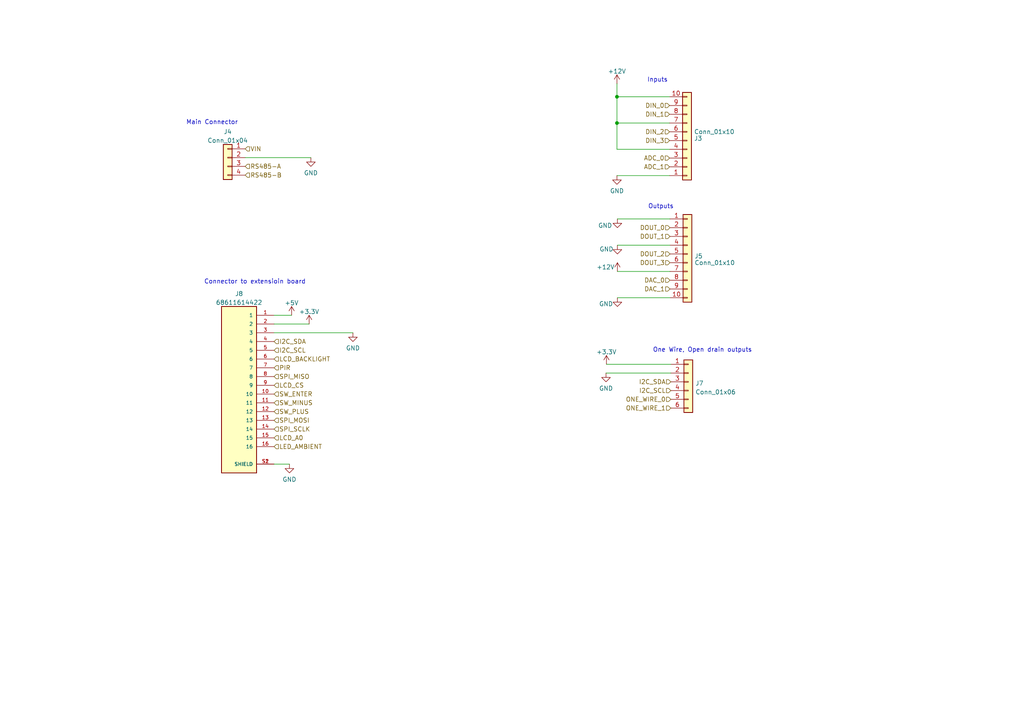
<source format=kicad_sch>
(kicad_sch (version 20231120) (generator "eeschema") (generator_version "8.0")
  (paper "A4")
  (lib_symbols
    (symbol "68611614422:68611614422" (pin_names (offset 1.016))
      (property "Reference" "J" (at -5.08 24.13 0))
      (property "Value" "68611614422" (at -5.08 -27.94 0))
      (symbol "68611614422_0_0"
        (rectangle (start -5.08 -25.4) (end 5.08 22.86) (stroke (width 0.254)) (fill (type background)))
        (pin passive line (at -10.16 20.32 0) (length 5.08) (name "1") (number "1"))
        (pin passive line (at -10.16 -2.54 0) (length 5.08) (name "10") (number "10"))
        (pin passive line (at -10.16 -5.08 0) (length 5.08) (name "11") (number "11"))
        (pin passive line (at -10.16 -7.62 0) (length 5.08) (name "12") (number "12"))
        (pin passive line (at -10.16 -10.16 0) (length 5.08) (name "13") (number "13"))
        (pin passive line (at -10.16 -12.7 0) (length 5.08) (name "14") (number "14"))
        (pin passive line (at -10.16 -15.24 0) (length 5.08) (name "15") (number "15"))
        (pin passive line (at -10.16 -17.78 0) (length 5.08) (name "16") (number "16"))
        (pin passive line (at -10.16 17.78 0) (length 5.08) (name "2") (number "2"))
        (pin passive line (at -10.16 15.24 0) (length 5.08) (name "3") (number "3"))
        (pin passive line (at -10.16 12.7 0) (length 5.08) (name "4") (number "4"))
        (pin passive line (at -10.16 10.16 0) (length 5.08) (name "5") (number "5"))
        (pin passive line (at -10.16 7.62 0) (length 5.08) (name "6") (number "6"))
        (pin passive line (at -10.16 5.08 0) (length 5.08) (name "7") (number "7"))
        (pin passive line (at -10.16 2.54 0) (length 5.08) (name "8") (number "8"))
        (pin passive line (at -10.16 0 0) (length 5.08) (name "9") (number "9"))
        (pin passive line (at -10.16 -22.86 0) (length 5.08) (name "SHIELD") (number "S1"))
        (pin passive line (at -10.16 -22.86 0) (length 5.08) (name "SHIELD") (number "S2"))
      )
    )
    (symbol "Connector_Generic:Conn_01x04" (pin_names (offset 1.016) hide)
      (property "Reference" "J" (at 0 5.08 0))
      (property "Value" "Conn_01x04" (at 0 -7.62 0))
      (symbol "Conn_01x04_1_1"
        (rectangle (start -1.27 -4.953) (end 0 -5.207) (stroke (width 0.1524)))
        (rectangle (start -1.27 -2.413) (end 0 -2.667) (stroke (width 0.1524)))
        (rectangle (start -1.27 0.127) (end 0 -0.127) (stroke (width 0.1524)))
        (rectangle (start -1.27 2.667) (end 0 2.413) (stroke (width 0.1524)))
        (rectangle (start -1.27 3.81) (end 1.27 -6.35) (stroke (width 0.254)) (fill (type background)))
        (pin passive line (at -5.08 2.54 0) (length 3.81) (name "Pin_1") (number "1"))
        (pin passive line (at -5.08 0 0) (length 3.81) (name "Pin_2") (number "2"))
        (pin passive line (at -5.08 -2.54 0) (length 3.81) (name "Pin_3") (number "3"))
        (pin passive line (at -5.08 -5.08 0) (length 3.81) (name "Pin_4") (number "4"))
      )
    )
    (symbol "Connector_Generic:Conn_01x06" (pin_names (offset 1.016) hide)
      (property "Reference" "J" (at 0 7.62 0))
      (property "Value" "Conn_01x06" (at 0 -10.16 0))
      (symbol "Conn_01x06_1_1"
        (rectangle (start -1.27 -7.493) (end 0 -7.747) (stroke (width 0.1524)))
        (rectangle (start -1.27 -4.953) (end 0 -5.207) (stroke (width 0.1524)))
        (rectangle (start -1.27 -2.413) (end 0 -2.667) (stroke (width 0.1524)))
        (rectangle (start -1.27 0.127) (end 0 -0.127) (stroke (width 0.1524)))
        (rectangle (start -1.27 2.667) (end 0 2.413) (stroke (width 0.1524)))
        (rectangle (start -1.27 5.207) (end 0 4.953) (stroke (width 0.1524)))
        (rectangle (start -1.27 6.35) (end 1.27 -8.89) (stroke (width 0.254)) (fill (type background)))
        (pin passive line (at -5.08 5.08 0) (length 3.81) (name "Pin_1") (number "1"))
        (pin passive line (at -5.08 2.54 0) (length 3.81) (name "Pin_2") (number "2"))
        (pin passive line (at -5.08 0 0) (length 3.81) (name "Pin_3") (number "3"))
        (pin passive line (at -5.08 -2.54 0) (length 3.81) (name "Pin_4") (number "4"))
        (pin passive line (at -5.08 -5.08 0) (length 3.81) (name "Pin_5") (number "5"))
        (pin passive line (at -5.08 -7.62 0) (length 3.81) (name "Pin_6") (number "6"))
      )
    )
    (symbol "Connector_Generic:Conn_01x10" (pin_names (offset 1.016) hide)
      (property "Reference" "J" (at 0 12.7 0))
      (property "Value" "Conn_01x10" (at 0 -15.24 0))
      (symbol "Conn_01x10_1_1"
        (rectangle (start -1.27 -12.573) (end 0 -12.827) (stroke (width 0.1524)))
        (rectangle (start -1.27 -10.033) (end 0 -10.287) (stroke (width 0.1524)))
        (rectangle (start -1.27 -7.493) (end 0 -7.747) (stroke (width 0.1524)))
        (rectangle (start -1.27 -4.953) (end 0 -5.207) (stroke (width 0.1524)))
        (rectangle (start -1.27 -2.413) (end 0 -2.667) (stroke (width 0.1524)))
        (rectangle (start -1.27 0.127) (end 0 -0.127) (stroke (width 0.1524)))
        (rectangle (start -1.27 2.667) (end 0 2.413) (stroke (width 0.1524)))
        (rectangle (start -1.27 5.207) (end 0 4.953) (stroke (width 0.1524)))
        (rectangle (start -1.27 7.747) (end 0 7.493) (stroke (width 0.1524)))
        (rectangle (start -1.27 10.287) (end 0 10.033) (stroke (width 0.1524)))
        (rectangle (start -1.27 11.43) (end 1.27 -13.97) (stroke (width 0.254)) (fill (type background)))
        (pin passive line (at -5.08 10.16 0) (length 3.81) (name "Pin_1") (number "1"))
        (pin passive line (at -5.08 -12.7 0) (length 3.81) (name "Pin_10") (number "10"))
        (pin passive line (at -5.08 7.62 0) (length 3.81) (name "Pin_2") (number "2"))
        (pin passive line (at -5.08 5.08 0) (length 3.81) (name "Pin_3") (number "3"))
        (pin passive line (at -5.08 2.54 0) (length 3.81) (name "Pin_4") (number "4"))
        (pin passive line (at -5.08 0 0) (length 3.81) (name "Pin_5") (number "5"))
        (pin passive line (at -5.08 -2.54 0) (length 3.81) (name "Pin_6") (number "6"))
        (pin passive line (at -5.08 -5.08 0) (length 3.81) (name "Pin_7") (number "7"))
        (pin passive line (at -5.08 -7.62 0) (length 3.81) (name "Pin_8") (number "8"))
        (pin passive line (at -5.08 -10.16 0) (length 3.81) (name "Pin_9") (number "9"))
      )
    )
    (symbol "power:+12V" (power) (pin_names (offset 0))
      (property "Value" "+12V" (at 0 3.556 0))
      (symbol "+12V_0_1"
        (polyline (pts (xy -0.762 1.27) (xy 0 2.54)))
        (polyline (pts (xy 0 0) (xy 0 2.54)))
        (polyline (pts (xy 0 2.54) (xy 0.762 1.27)))
      )
      (symbol "+12V_1_1"
        (pin power_in line (at 0 0 90) (length 0) hide (name "+12V") (number "1"))
      )
    )
    (symbol "power:+3.3V" (power) (pin_names (offset 0))
      (property "Value" "+3.3V" (at 0 3.556 0))
      (symbol "+3.3V_0_1"
        (polyline (pts (xy -0.762 1.27) (xy 0 2.54)))
        (polyline (pts (xy 0 0) (xy 0 2.54)))
        (polyline (pts (xy 0 2.54) (xy 0.762 1.27)))
      )
      (symbol "+3.3V_1_1"
        (pin power_in line (at 0 0 90) (length 0) hide (name "+3.3V") (number "1"))
      )
    )
    (symbol "power:+5V" (power) (pin_names (offset 0))
      (property "Value" "+5V" (at 0 3.556 0))
      (symbol "+5V_0_1"
        (polyline (pts (xy -0.762 1.27) (xy 0 2.54)))
        (polyline (pts (xy 0 0) (xy 0 2.54)))
        (polyline (pts (xy 0 2.54) (xy 0.762 1.27)))
      )
      (symbol "+5V_1_1"
        (pin power_in line (at 0 0 90) (length 0) hide (name "+5V") (number "1"))
      )
    )
    (symbol "power:GND" (power) (pin_names (offset 0))
      (property "Value" "GND" (at 0 -3.81 0))
      (symbol "GND_0_1"
        (polyline (pts (xy 0 0) (xy 0 -1.27) (xy 1.27 -1.27) (xy 0 -2.54) (xy -1.27 -1.27) (xy 0 -1.27)))
      )
      (symbol "GND_1_1"
        (pin power_in line (at 0 0 270) (length 0) hide (name "GND") (number "1"))
      )
    )
  )
  (junction (at 178.943 28.067))
  (junction (at 178.943 35.687))
  (wire (pts (xy 175.768 108.204) (xy 194.564 108.204)))
  (wire (pts (xy 194.31 78.74) (xy 179.07 78.74)))
  (wire (pts (xy 178.943 35.687) (xy 194.183 35.687)))
  (wire (pts (xy 71.12 45.72) (xy 90.17 45.72)))
  (wire (pts (xy 79.502 134.62) (xy 83.947 134.62)))
  (wire (pts (xy 178.943 43.307) (xy 178.943 35.687)))
  (wire (pts (xy 175.895 105.664) (xy 194.564 105.664)))
  (wire (pts (xy 79.502 93.98) (xy 89.662 93.98)))
  (wire (pts (xy 178.943 24.257) (xy 178.943 28.067)))
  (wire (pts (xy 178.943 28.067) (xy 194.183 28.067)))
  (wire (pts (xy 194.31 63.5) (xy 179.07 63.5)))
  (wire (pts (xy 178.943 28.067) (xy 178.943 35.687)))
  (wire (pts (xy 79.502 91.44) (xy 84.582 91.44)))
  (wire (pts (xy 194.31 71.12) (xy 179.07 71.12)))
  (wire (pts (xy 79.502 96.52) (xy 102.362 96.52)))
  (wire (pts (xy 178.943 50.927) (xy 194.183 50.927)))
  (wire (pts (xy 194.183 43.307) (xy 178.943 43.307)))
  (wire (pts (xy 194.31 86.36) (xy 179.07 86.36)))
  (text "Connector to extensioin board" (at 59.182 82.55 0) (effects (font (size 1.27 1.27)) (justify left bottom)))
  (text "Inputs" (at 187.706 24.003 0) (effects (font (size 1.27 1.27)) (justify left bottom)))
  (text "Main Connector\n" (at 53.975 36.322 0) (effects (font (size 1.27 1.27)) (justify left bottom)))
  (text "One Wire, Open drain outputs\n" (at 189.3394 102.3351 0) (effects (font (size 1.27 1.27)) (justify left bottom)))
  (text "Outputs" (at 187.96 60.706 0) (effects (font (size 1.27 1.27)) (justify left bottom)))
  (hierarchical_label "SPI_MOSI" (shape input) (at 79.502 121.92 0))
  (hierarchical_label "DIN_3" (shape input) (at 194.183 40.767 180))
  (hierarchical_label "DAC_1" (shape input) (at 194.31 83.82 180))
  (hierarchical_label "DOUT_3" (shape input) (at 194.31 76.2 180))
  (hierarchical_label "SW_PLUS" (shape input) (at 79.502 119.38 0))
  (hierarchical_label "SW_ENTER" (shape input) (at 79.502 114.3 0))
  (hierarchical_label "RS485-B" (shape input) (at 71.12 50.8 0))
  (hierarchical_label "SPI_SCLK" (shape input) (at 79.502 124.46 0))
  (hierarchical_label "I2C_SCL" (shape input) (at 194.564 113.284 180))
  (hierarchical_label "SW_MINUS" (shape input) (at 79.502 116.84 0))
  (hierarchical_label "ADC_1" (shape input) (at 194.183 48.387 180))
  (hierarchical_label "LCD_A0" (shape input) (at 79.502 127 0))
  (hierarchical_label "PIR" (shape input) (at 79.502 106.68 0))
  (hierarchical_label "DOUT_1" (shape input) (at 194.31 68.58 180))
  (hierarchical_label "ONE_WIRE_1" (shape input) (at 194.564 118.364 180))
  (hierarchical_label "I2C_SDA" (shape input) (at 194.564 110.744 180))
  (hierarchical_label "ONE_WIRE_0" (shape input) (at 194.564 115.824 180))
  (hierarchical_label "LCD_CS" (shape input) (at 79.502 111.76 0))
  (hierarchical_label "VIN" (shape input) (at 71.12 43.18 0))
  (hierarchical_label "DIN_0" (shape input) (at 194.183 30.607 180))
  (hierarchical_label "RS485-A" (shape input) (at 71.12 48.26 0))
  (hierarchical_label "DAC_0" (shape input) (at 194.31 81.28 180))
  (hierarchical_label "DIN_1" (shape input) (at 194.183 33.147 180))
  (hierarchical_label "DOUT_0" (shape input) (at 194.31 66.04 180))
  (hierarchical_label "I2C_SDA" (shape input) (at 79.502 99.06 0))
  (hierarchical_label "SPI_MISO" (shape input) (at 79.502 109.22 0))
  (hierarchical_label "LED_AMBIENT" (shape input) (at 79.502 129.54 0))
  (hierarchical_label "DIN_2" (shape input) (at 194.183 38.227 180))
  (hierarchical_label "LCD_BACKLIGHT" (shape input) (at 79.502 104.14 0))
  (hierarchical_label "ADC_0" (shape input) (at 194.183 45.847 180))
  (hierarchical_label "DOUT_2" (shape input) (at 194.31 73.66 180))
  (hierarchical_label "I2C_SCL" (shape input) (at 79.502 101.6 0))
  (symbol (lib_id "power:+3.3V") (at 175.895 105.664 0) (unit 1)
    (property "Reference" "#PWR066" (effects (hide yes)))
    (property "Value" "+3.3V" (at 175.895 102.0882 0))
  )
  (symbol (lib_id "power:GND") (at 179.07 71.12 0) (unit 1)
    (property "Reference" "#PWR061" (effects (hide yes)))
    (property "Value" "GND" (at 175.895 72.263 0))
  )
  (symbol (lib_id "power:+12V") (at 178.943 24.257 0) (unit 1)
    (property "Reference" "#PWR067" (effects (hide yes)))
    (property "Value" "+12V" (at 178.943 20.6812 0))
  )
  (symbol (lib_id "power:+12V") (at 179.07 78.74 0) (unit 1)
    (property "Reference" "#PWR060" (effects (hide yes)))
    (property "Value" "+12V" (at 175.641 77.47 0))
  )
  (symbol (lib_id "power:GND") (at 90.17 45.72 0) (unit 1)
    (property "Reference" "#PWR063" (effects (hide yes)))
    (property "Value" "GND" (at 90.17 50.1634 0))
  )
  (symbol (lib_id "power:GND") (at 178.943 50.927 0) (unit 1)
    (property "Reference" "#PWR068" (effects (hide yes)))
    (property "Value" "GND" (at 178.943 55.3704 0))
  )
  (symbol (lib_id "Connector_Generic:Conn_01x10") (at 199.263 40.767 0) (mirror x) (unit 1)
    (property "Reference" "J3" (at 201.295 40.1407 0) (effects (justify left)))
    (property "Value" "Conn_01x10" (at 201.295 38.2197 0) (effects (justify left)))
    (property "Footprint" "Connector_Phoenix_MC:PhoenixContact_MCV_1,5_10-G-3.5_1x10_P3.50mm_Vertical" (effects (hide yes)))
  )
  (symbol (lib_id "power:+3.3V") (at 89.662 93.98 0) (unit 1)
    (property "Reference" "#PWR073" (effects (hide yes)))
    (property "Value" "+3.3V" (at 89.662 90.4042 0))
    (instances (project "RoomSensor_001_MCU" (path "" (reference "#PWR073") (unit 1))) (project "RoomSensor_001_LCD" (path "" (reference "#PWR03") (unit 1))))
  )
  (symbol (lib_id "Connector_Generic:Conn_01x04") (at 66.04 45.72 0) (mirror y) (unit 1)
    (property "Reference" "J4" (at 66.04 38.2102 0))
    (property "Value" "Conn_01x04" (at 66.04 40.7471 0))
    (property "Footprint" "Connector_Phoenix_MSTB:PhoenixContact_MSTBVA_2,5_4-G_1x04_P5.00mm_Vertical" (effects (hide yes)))
  )
  (symbol (lib_id "power:GND") (at 102.362 96.52 0) (unit 1)
    (property "Reference" "#PWR074" (effects (hide yes)))
    (property "Value" "GND" (at 102.362 100.9634 0))
    (instances (project "RoomSensor_001_MCU" (path "" (reference "#PWR074") (unit 1))) (project "RoomSensor_001_LCD" (path "" (reference "#PWR04") (unit 1))))
  )
  (symbol (lib_id "Connector_Generic:Conn_01x10") (at 199.39 73.66 0) (unit 1)
    (property "Reference" "J5" (at 201.422 74.2863 0) (effects (justify left)))
    (property "Value" "Conn_01x10" (at 201.422 76.2073 0) (effects (justify left)))
    (property "Footprint" "Connector_Phoenix_MC:PhoenixContact_MCV_1,5_10-G-3.5_1x10_P3.50mm_Vertical" (effects (hide yes)))
  )
  (symbol (lib_id "power:GND") (at 179.07 86.36 0) (unit 1)
    (property "Reference" "#PWR070" (effects (hide yes)))
    (property "Value" "GND" (at 175.768 88.138 0))
  )
  (symbol (lib_id "power:GND") (at 83.947 134.62 0) (unit 1)
    (property "Reference" "#PWR071" (effects (hide yes)))
    (property "Value" "GND" (at 83.947 139.0634 0))
    (instances (project "RoomSensor_001_MCU" (path "" (reference "#PWR071") (unit 1))) (project "RoomSensor_001_LCD" (path "" (reference "#PWR01") (unit 1))))
  )
  (symbol (lib_id "68611614422:68611614422") (at 69.342 111.76 0) (mirror y) (unit 1)
    (property "Reference" "J8" (at 69.342 85.2002 0))
    (property "Value" "68611614422" (at 69.342 87.7371 0))
    (property "Footprint" "MyFootprint:WURTH_68611614422" (effects (hide yes)))
    (property "STANDARD" "Manufacturer Recommendations" (effects (hide yes)))
    (property "MAXIMUM_PACKAGE_HEIGHT" "3.15  mm" (effects (hide yes)))
    (property "PARTREV" "001.006" (effects (hide yes)))
    (property "MANUFACTURER" "Wurth Electronics" (effects (hide yes)))
    (instances (project "RoomSensor_001_MCU" (path "" (reference "J8") (unit 1))) (project "RoomSensor_001_LCD" (path "" (reference "J1") (unit 1))))
  )
  (symbol (lib_id "power:+5V") (at 84.582 91.44 0) (unit 1)
    (property "Reference" "#PWR072" (effects (hide yes)))
    (property "Value" "+5V" (at 84.582 87.8642 0))
    (instances (project "RoomSensor_001_MCU" (path "" (reference "#PWR072") (unit 1))) (project "RoomSensor_001_LCD" (path "" (reference "#PWR02") (unit 1))))
  )
  (symbol (lib_id "power:GND") (at 179.07 63.5 0) (unit 1)
    (property "Reference" "#PWR069" (effects (hide yes)))
    (property "Value" "GND" (at 175.514 65.405 0))
  )
  (symbol (lib_id "power:GND") (at 175.768 108.204 0) (unit 1)
    (property "Reference" "#PWR065" (effects (hide yes)))
    (property "Value" "GND" (at 175.768 112.6474 0))
  )
  (symbol (lib_id "Connector_Generic:Conn_01x06") (at 199.644 110.744 0) (unit 1)
    (property "Reference" "J7" (at 201.676 111.1793 0) (effects (justify left)))
    (property "Value" "Conn_01x06" (at 201.676 113.7162 0) (effects (justify left)))
    (property "Footprint" "Connector_PinSocket_2.54mm:PinSocket_2x03_P2.54mm_Vertical" (effects (hide yes)))
  )
)
</source>
